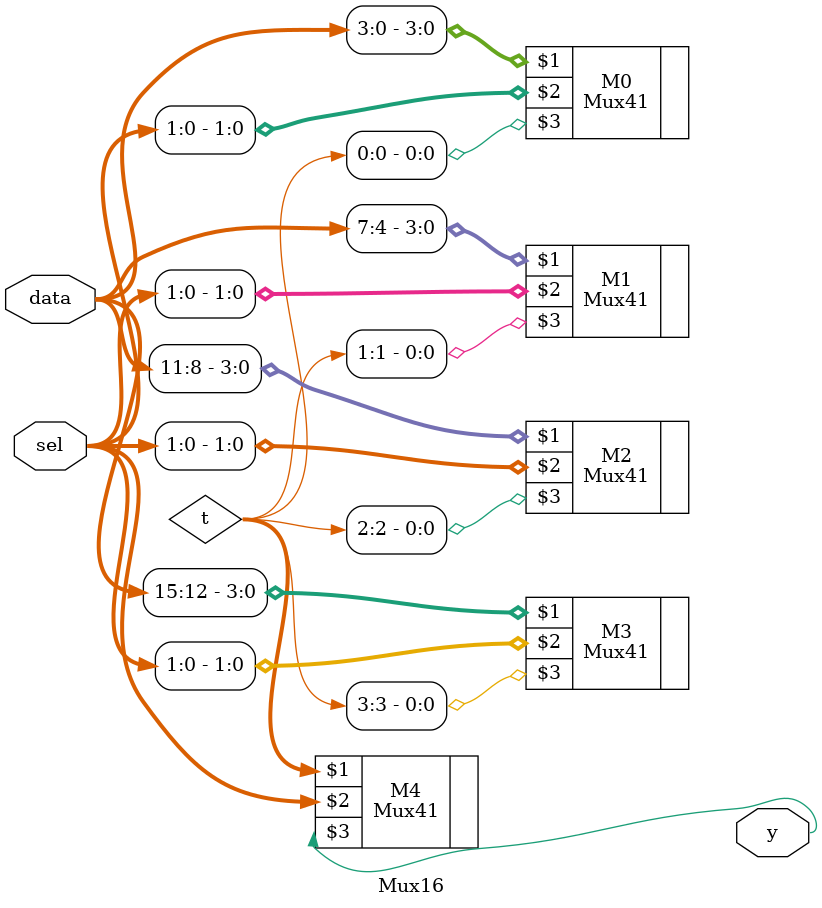
<source format=v>
`timescale 1ns / 1ps

module Mux16(data, sel, y);
input [15:0] data;
input [3:0] sel;
output y;
wire [3:0]t;

Mux41 M0(data[3:0], sel[1:0], t[0]);
Mux41 M1(data[7:4], sel[1:0], t[1]);
Mux41 M2(data[11:8], sel[1:0], t[2]);
Mux41 M3(data[15:12], sel[1:0], t[3]);
Mux41 M4(t[3:0], sel[3:0], y);

endmodule

</source>
